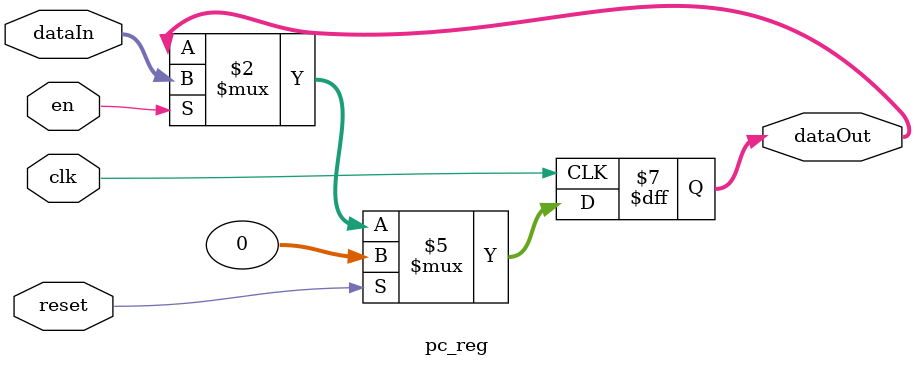
<source format=v>
module regnbit #(parameter N = 32)(
    output reg [N-1:0] dataOut,
    input clk,
    input [N-1:0] dataIn,
    input en,
    input reset
);
    always @(posedge clk) begin
        if (reset)
            dataOut <= 0;
        else if (en)
            dataOut <= dataIn;
    end
endmodule

module pc_reg #(parameter N = 32)(
    output reg [N-1:0] dataOut,
    input clk,
    input [N-1:0] dataIn,
    input en,
    input reset
);
    always @(posedge clk) begin
        if (reset)
            dataOut <= 32'h00000000;  //Valore iniziale 0001_0000
        else if (en)
            dataOut <= dataIn;
    end
endmodule

</source>
